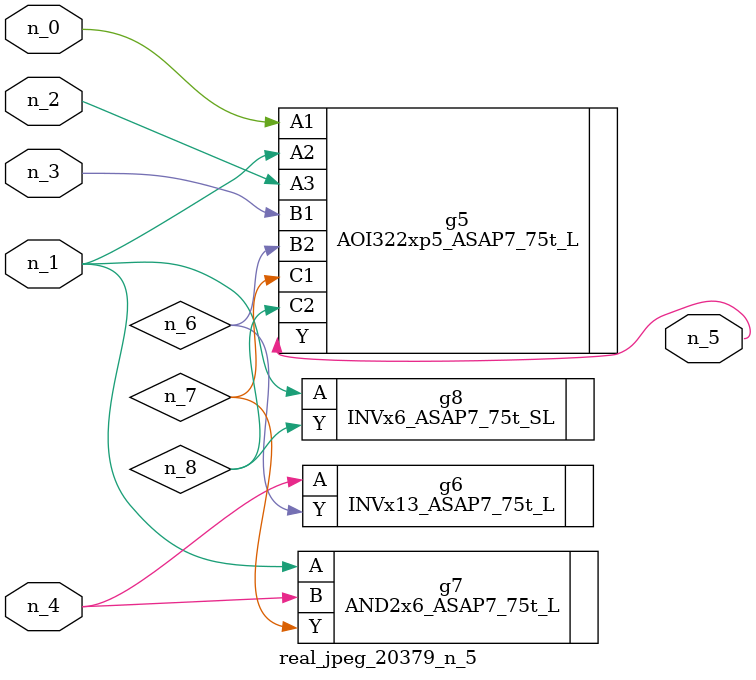
<source format=v>
module real_jpeg_20379_n_5 (n_4, n_0, n_1, n_2, n_3, n_5);

input n_4;
input n_0;
input n_1;
input n_2;
input n_3;

output n_5;

wire n_8;
wire n_6;
wire n_7;

AOI322xp5_ASAP7_75t_L g5 ( 
.A1(n_0),
.A2(n_1),
.A3(n_2),
.B1(n_3),
.B2(n_6),
.C1(n_7),
.C2(n_8),
.Y(n_5)
);

AND2x6_ASAP7_75t_L g7 ( 
.A(n_1),
.B(n_4),
.Y(n_7)
);

INVx6_ASAP7_75t_SL g8 ( 
.A(n_1),
.Y(n_8)
);

INVx13_ASAP7_75t_L g6 ( 
.A(n_4),
.Y(n_6)
);


endmodule
</source>
